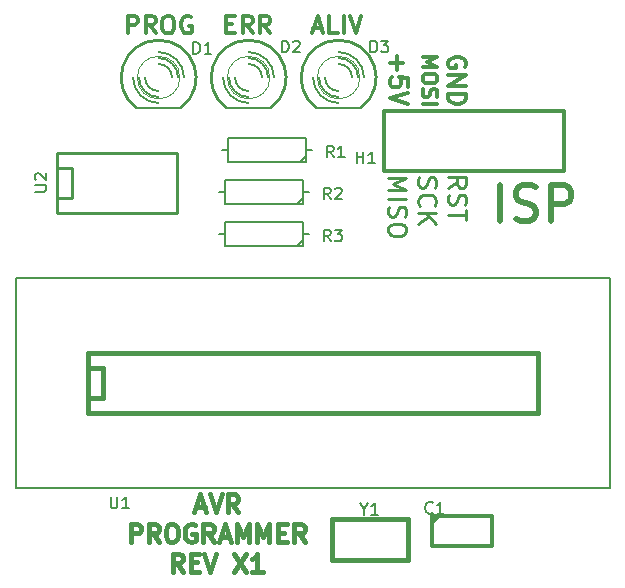
<source format=gto>
G04 (created by PCBNEW (2013-05-31 BZR 4019)-stable) date 9/25/2013 9:25:23 PM*
%MOIN*%
G04 Gerber Fmt 3.4, Leading zero omitted, Abs format*
%FSLAX34Y34*%
G01*
G70*
G90*
G04 APERTURE LIST*
%ADD10C,0.00590551*%
%ADD11C,0.011811*%
%ADD12C,0.01*%
%ADD13C,0.015*%
%ADD14C,0.02*%
%ADD15C,0.008*%
%ADD16C,0.003*%
%ADD17C,0.006*%
%ADD18C,0.012*%
G04 APERTURE END LIST*
G54D10*
G54D11*
X27376Y-14440D02*
X27657Y-14440D01*
X27320Y-14609D02*
X27516Y-14018D01*
X27713Y-14609D01*
X28191Y-14609D02*
X27910Y-14609D01*
X27910Y-14018D01*
X28388Y-14609D02*
X28388Y-14018D01*
X28585Y-14018D02*
X28782Y-14609D01*
X28979Y-14018D01*
X24479Y-14299D02*
X24676Y-14299D01*
X24760Y-14609D02*
X24479Y-14609D01*
X24479Y-14018D01*
X24760Y-14018D01*
X25351Y-14609D02*
X25154Y-14327D01*
X25014Y-14609D02*
X25014Y-14018D01*
X25239Y-14018D01*
X25295Y-14046D01*
X25323Y-14074D01*
X25351Y-14131D01*
X25351Y-14215D01*
X25323Y-14271D01*
X25295Y-14299D01*
X25239Y-14327D01*
X25014Y-14327D01*
X25942Y-14609D02*
X25745Y-14327D01*
X25604Y-14609D02*
X25604Y-14018D01*
X25829Y-14018D01*
X25885Y-14046D01*
X25913Y-14074D01*
X25942Y-14131D01*
X25942Y-14215D01*
X25913Y-14271D01*
X25885Y-14299D01*
X25829Y-14327D01*
X25604Y-14327D01*
X21189Y-14609D02*
X21189Y-14018D01*
X21414Y-14018D01*
X21470Y-14046D01*
X21498Y-14074D01*
X21526Y-14131D01*
X21526Y-14215D01*
X21498Y-14271D01*
X21470Y-14299D01*
X21414Y-14327D01*
X21189Y-14327D01*
X22117Y-14609D02*
X21920Y-14327D01*
X21780Y-14609D02*
X21780Y-14018D01*
X22005Y-14018D01*
X22061Y-14046D01*
X22089Y-14074D01*
X22117Y-14131D01*
X22117Y-14215D01*
X22089Y-14271D01*
X22061Y-14299D01*
X22005Y-14327D01*
X21780Y-14327D01*
X22483Y-14018D02*
X22595Y-14018D01*
X22651Y-14046D01*
X22708Y-14102D01*
X22736Y-14215D01*
X22736Y-14412D01*
X22708Y-14524D01*
X22651Y-14580D01*
X22595Y-14609D01*
X22483Y-14609D01*
X22426Y-14580D01*
X22370Y-14524D01*
X22342Y-14412D01*
X22342Y-14215D01*
X22370Y-14102D01*
X22426Y-14046D01*
X22483Y-14018D01*
X23298Y-14046D02*
X23242Y-14018D01*
X23158Y-14018D01*
X23073Y-14046D01*
X23017Y-14102D01*
X22989Y-14159D01*
X22961Y-14271D01*
X22961Y-14356D01*
X22989Y-14468D01*
X23017Y-14524D01*
X23073Y-14580D01*
X23158Y-14609D01*
X23214Y-14609D01*
X23298Y-14580D01*
X23326Y-14552D01*
X23326Y-14356D01*
X23214Y-14356D01*
X32439Y-15729D02*
X32468Y-15673D01*
X32468Y-15588D01*
X32439Y-15504D01*
X32383Y-15448D01*
X32327Y-15420D01*
X32214Y-15392D01*
X32130Y-15392D01*
X32018Y-15420D01*
X31961Y-15448D01*
X31905Y-15504D01*
X31877Y-15588D01*
X31877Y-15645D01*
X31905Y-15729D01*
X31933Y-15757D01*
X32130Y-15757D01*
X32130Y-15645D01*
X31877Y-16010D02*
X32468Y-16010D01*
X31877Y-16348D01*
X32468Y-16348D01*
X31877Y-16629D02*
X32468Y-16629D01*
X32468Y-16770D01*
X32439Y-16854D01*
X32383Y-16910D01*
X32327Y-16938D01*
X32214Y-16966D01*
X32130Y-16966D01*
X32018Y-16938D01*
X31961Y-16910D01*
X31905Y-16854D01*
X31877Y-16770D01*
X31877Y-16629D01*
X31017Y-15406D02*
X31509Y-15406D01*
X31157Y-15570D01*
X31509Y-15734D01*
X31017Y-15734D01*
X31509Y-16062D02*
X31509Y-16156D01*
X31486Y-16202D01*
X31439Y-16249D01*
X31345Y-16273D01*
X31181Y-16273D01*
X31087Y-16249D01*
X31040Y-16202D01*
X31017Y-16156D01*
X31017Y-16062D01*
X31040Y-16015D01*
X31087Y-15968D01*
X31181Y-15945D01*
X31345Y-15945D01*
X31439Y-15968D01*
X31486Y-16015D01*
X31509Y-16062D01*
X31040Y-16460D02*
X31017Y-16531D01*
X31017Y-16648D01*
X31040Y-16695D01*
X31064Y-16718D01*
X31111Y-16741D01*
X31157Y-16741D01*
X31204Y-16718D01*
X31228Y-16695D01*
X31251Y-16648D01*
X31275Y-16554D01*
X31298Y-16507D01*
X31321Y-16484D01*
X31368Y-16460D01*
X31415Y-16460D01*
X31462Y-16484D01*
X31486Y-16507D01*
X31509Y-16554D01*
X31509Y-16671D01*
X31486Y-16741D01*
X31017Y-16952D02*
X31509Y-16952D01*
X30152Y-15370D02*
X30152Y-15820D01*
X29927Y-15595D02*
X30377Y-15595D01*
X30518Y-16382D02*
X30518Y-16101D01*
X30236Y-16073D01*
X30264Y-16101D01*
X30293Y-16157D01*
X30293Y-16298D01*
X30264Y-16354D01*
X30236Y-16382D01*
X30180Y-16410D01*
X30039Y-16410D01*
X29983Y-16382D01*
X29955Y-16354D01*
X29927Y-16298D01*
X29927Y-16157D01*
X29955Y-16101D01*
X29983Y-16073D01*
X30518Y-16579D02*
X29927Y-16776D01*
X30518Y-16973D01*
G54D12*
X31873Y-19750D02*
X32159Y-19550D01*
X31873Y-19408D02*
X32473Y-19408D01*
X32473Y-19636D01*
X32445Y-19693D01*
X32416Y-19722D01*
X32359Y-19750D01*
X32273Y-19750D01*
X32216Y-19722D01*
X32187Y-19693D01*
X32159Y-19636D01*
X32159Y-19408D01*
X31902Y-19979D02*
X31873Y-20065D01*
X31873Y-20208D01*
X31902Y-20265D01*
X31930Y-20293D01*
X31987Y-20322D01*
X32045Y-20322D01*
X32102Y-20293D01*
X32130Y-20265D01*
X32159Y-20208D01*
X32187Y-20093D01*
X32216Y-20036D01*
X32245Y-20008D01*
X32302Y-19979D01*
X32359Y-19979D01*
X32416Y-20008D01*
X32445Y-20036D01*
X32473Y-20093D01*
X32473Y-20236D01*
X32445Y-20322D01*
X32473Y-20493D02*
X32473Y-20836D01*
X31873Y-20665D02*
X32473Y-20665D01*
X30902Y-19408D02*
X30873Y-19493D01*
X30873Y-19636D01*
X30902Y-19693D01*
X30930Y-19722D01*
X30987Y-19750D01*
X31045Y-19750D01*
X31102Y-19722D01*
X31130Y-19693D01*
X31159Y-19636D01*
X31187Y-19522D01*
X31216Y-19465D01*
X31245Y-19436D01*
X31302Y-19408D01*
X31359Y-19408D01*
X31416Y-19436D01*
X31445Y-19465D01*
X31473Y-19522D01*
X31473Y-19665D01*
X31445Y-19750D01*
X30930Y-20350D02*
X30902Y-20322D01*
X30873Y-20236D01*
X30873Y-20179D01*
X30902Y-20093D01*
X30959Y-20036D01*
X31016Y-20008D01*
X31130Y-19979D01*
X31216Y-19979D01*
X31330Y-20008D01*
X31387Y-20036D01*
X31445Y-20093D01*
X31473Y-20179D01*
X31473Y-20236D01*
X31445Y-20322D01*
X31416Y-20350D01*
X30873Y-20608D02*
X31473Y-20608D01*
X30873Y-20950D02*
X31216Y-20693D01*
X31473Y-20950D02*
X31130Y-20608D01*
X29873Y-19436D02*
X30473Y-19436D01*
X30045Y-19636D01*
X30473Y-19836D01*
X29873Y-19836D01*
X29873Y-20122D02*
X30473Y-20122D01*
X29902Y-20379D02*
X29873Y-20465D01*
X29873Y-20608D01*
X29902Y-20665D01*
X29930Y-20693D01*
X29987Y-20722D01*
X30045Y-20722D01*
X30102Y-20693D01*
X30130Y-20665D01*
X30159Y-20608D01*
X30187Y-20493D01*
X30216Y-20436D01*
X30245Y-20408D01*
X30302Y-20379D01*
X30359Y-20379D01*
X30416Y-20408D01*
X30445Y-20436D01*
X30473Y-20493D01*
X30473Y-20636D01*
X30445Y-20722D01*
X30473Y-21093D02*
X30473Y-21208D01*
X30445Y-21265D01*
X30387Y-21322D01*
X30273Y-21350D01*
X30073Y-21350D01*
X29959Y-21322D01*
X29902Y-21265D01*
X29873Y-21208D01*
X29873Y-21093D01*
X29902Y-21036D01*
X29959Y-20979D01*
X30073Y-20950D01*
X30273Y-20950D01*
X30387Y-20979D01*
X30445Y-21036D01*
X30473Y-21093D01*
G54D13*
X23466Y-30400D02*
X23752Y-30400D01*
X23409Y-30572D02*
X23609Y-29972D01*
X23809Y-30572D01*
X23923Y-29972D02*
X24123Y-30572D01*
X24323Y-29972D01*
X24866Y-30572D02*
X24666Y-30286D01*
X24523Y-30572D02*
X24523Y-29972D01*
X24752Y-29972D01*
X24809Y-30000D01*
X24837Y-30029D01*
X24866Y-30086D01*
X24866Y-30172D01*
X24837Y-30229D01*
X24809Y-30258D01*
X24752Y-30286D01*
X24523Y-30286D01*
X21280Y-31562D02*
X21280Y-30962D01*
X21509Y-30962D01*
X21566Y-30990D01*
X21595Y-31019D01*
X21623Y-31076D01*
X21623Y-31162D01*
X21595Y-31219D01*
X21566Y-31248D01*
X21509Y-31276D01*
X21280Y-31276D01*
X22223Y-31562D02*
X22023Y-31276D01*
X21880Y-31562D02*
X21880Y-30962D01*
X22109Y-30962D01*
X22166Y-30990D01*
X22195Y-31019D01*
X22223Y-31076D01*
X22223Y-31162D01*
X22195Y-31219D01*
X22166Y-31248D01*
X22109Y-31276D01*
X21880Y-31276D01*
X22595Y-30962D02*
X22709Y-30962D01*
X22766Y-30990D01*
X22823Y-31048D01*
X22852Y-31162D01*
X22852Y-31362D01*
X22823Y-31476D01*
X22766Y-31533D01*
X22709Y-31562D01*
X22595Y-31562D01*
X22537Y-31533D01*
X22480Y-31476D01*
X22452Y-31362D01*
X22452Y-31162D01*
X22480Y-31048D01*
X22537Y-30990D01*
X22595Y-30962D01*
X23423Y-30990D02*
X23366Y-30962D01*
X23280Y-30962D01*
X23195Y-30990D01*
X23137Y-31048D01*
X23109Y-31105D01*
X23080Y-31219D01*
X23080Y-31305D01*
X23109Y-31419D01*
X23137Y-31476D01*
X23195Y-31533D01*
X23280Y-31562D01*
X23337Y-31562D01*
X23423Y-31533D01*
X23452Y-31505D01*
X23452Y-31305D01*
X23337Y-31305D01*
X24052Y-31562D02*
X23852Y-31276D01*
X23709Y-31562D02*
X23709Y-30962D01*
X23937Y-30962D01*
X23995Y-30990D01*
X24023Y-31019D01*
X24052Y-31076D01*
X24052Y-31162D01*
X24023Y-31219D01*
X23995Y-31248D01*
X23937Y-31276D01*
X23709Y-31276D01*
X24280Y-31390D02*
X24566Y-31390D01*
X24223Y-31562D02*
X24423Y-30962D01*
X24623Y-31562D01*
X24823Y-31562D02*
X24823Y-30962D01*
X25023Y-31390D01*
X25223Y-30962D01*
X25223Y-31562D01*
X25509Y-31562D02*
X25509Y-30962D01*
X25709Y-31390D01*
X25909Y-30962D01*
X25909Y-31562D01*
X26195Y-31248D02*
X26395Y-31248D01*
X26480Y-31562D02*
X26195Y-31562D01*
X26195Y-30962D01*
X26480Y-30962D01*
X27080Y-31562D02*
X26880Y-31276D01*
X26737Y-31562D02*
X26737Y-30962D01*
X26966Y-30962D01*
X27023Y-30990D01*
X27052Y-31019D01*
X27080Y-31076D01*
X27080Y-31162D01*
X27052Y-31219D01*
X27023Y-31248D01*
X26966Y-31276D01*
X26737Y-31276D01*
X23023Y-32552D02*
X22823Y-32266D01*
X22680Y-32552D02*
X22680Y-31952D01*
X22909Y-31952D01*
X22966Y-31980D01*
X22995Y-32009D01*
X23023Y-32066D01*
X23023Y-32152D01*
X22995Y-32209D01*
X22966Y-32238D01*
X22909Y-32266D01*
X22680Y-32266D01*
X23280Y-32238D02*
X23480Y-32238D01*
X23566Y-32552D02*
X23280Y-32552D01*
X23280Y-31952D01*
X23566Y-31952D01*
X23737Y-31952D02*
X23937Y-32552D01*
X24137Y-31952D01*
X24737Y-31952D02*
X25137Y-32552D01*
X25137Y-31952D02*
X24737Y-32552D01*
X25680Y-32552D02*
X25337Y-32552D01*
X25509Y-32552D02*
X25509Y-31952D01*
X25452Y-32038D01*
X25395Y-32095D01*
X25337Y-32123D01*
G54D14*
X33613Y-20857D02*
X33613Y-19676D01*
X34119Y-20801D02*
X34288Y-20857D01*
X34569Y-20857D01*
X34682Y-20801D01*
X34738Y-20745D01*
X34794Y-20632D01*
X34794Y-20520D01*
X34738Y-20407D01*
X34682Y-20351D01*
X34569Y-20295D01*
X34344Y-20238D01*
X34232Y-20182D01*
X34175Y-20126D01*
X34119Y-20013D01*
X34119Y-19901D01*
X34175Y-19788D01*
X34232Y-19732D01*
X34344Y-19676D01*
X34625Y-19676D01*
X34794Y-19732D01*
X35300Y-20857D02*
X35300Y-19676D01*
X35750Y-19676D01*
X35863Y-19732D01*
X35919Y-19788D01*
X35975Y-19901D01*
X35975Y-20070D01*
X35919Y-20182D01*
X35863Y-20238D01*
X35750Y-20295D01*
X35300Y-20295D01*
G54D10*
X17456Y-22759D02*
X17456Y-29759D01*
X17456Y-29759D02*
X37256Y-29759D01*
X37256Y-22759D02*
X17456Y-22759D01*
X37256Y-22759D02*
X37256Y-29759D01*
G54D13*
X19856Y-25259D02*
X34856Y-25259D01*
X34856Y-25259D02*
X34856Y-27259D01*
X34856Y-27259D02*
X19856Y-27259D01*
X19856Y-27259D02*
X19856Y-25259D01*
X19856Y-25759D02*
X20356Y-25759D01*
X20356Y-25759D02*
X20356Y-26759D01*
X20356Y-26759D02*
X19856Y-26759D01*
X27986Y-30790D02*
X30546Y-30790D01*
X30546Y-30790D02*
X30546Y-32168D01*
X30546Y-32168D02*
X27986Y-32168D01*
X27986Y-32168D02*
X27986Y-30790D01*
G54D15*
X27316Y-18479D02*
X27116Y-18479D01*
X24316Y-18479D02*
X24516Y-18479D01*
X24516Y-18479D02*
X24516Y-18879D01*
X24516Y-18879D02*
X27116Y-18879D01*
X27116Y-18879D02*
X27116Y-18079D01*
X27116Y-18079D02*
X24516Y-18079D01*
X24516Y-18079D02*
X24516Y-18479D01*
X27116Y-18679D02*
X26916Y-18879D01*
X27216Y-19879D02*
X27016Y-19879D01*
X24216Y-19879D02*
X24416Y-19879D01*
X24416Y-19879D02*
X24416Y-20279D01*
X24416Y-20279D02*
X27016Y-20279D01*
X27016Y-20279D02*
X27016Y-19479D01*
X27016Y-19479D02*
X24416Y-19479D01*
X24416Y-19479D02*
X24416Y-19879D01*
X27016Y-20079D02*
X26816Y-20279D01*
X27216Y-21279D02*
X27016Y-21279D01*
X24216Y-21279D02*
X24416Y-21279D01*
X24416Y-21279D02*
X24416Y-21679D01*
X24416Y-21679D02*
X27016Y-21679D01*
X27016Y-21679D02*
X27016Y-20879D01*
X27016Y-20879D02*
X24416Y-20879D01*
X24416Y-20879D02*
X24416Y-21279D01*
X27016Y-21479D02*
X26816Y-21679D01*
X21466Y-17099D02*
X22966Y-17099D01*
G54D16*
X22923Y-16079D02*
G75*
G03X22923Y-16079I-707J0D01*
G74*
G01*
G54D12*
X22967Y-17079D02*
G75*
G03X21466Y-17079I-750J999D01*
G74*
G01*
G54D17*
X22666Y-16079D02*
G75*
G03X22216Y-15629I-450J0D01*
G74*
G01*
X21766Y-16079D02*
G75*
G03X22216Y-16529I450J0D01*
G74*
G01*
X22866Y-16079D02*
G75*
G03X22216Y-15429I-650J0D01*
G74*
G01*
X21566Y-16079D02*
G75*
G03X22216Y-16729I650J0D01*
G74*
G01*
X23066Y-16079D02*
G75*
G03X22216Y-15229I-850J0D01*
G74*
G01*
X21366Y-16079D02*
G75*
G03X22216Y-16929I850J0D01*
G74*
G01*
G54D15*
X24466Y-17099D02*
X25966Y-17099D01*
G54D16*
X25923Y-16079D02*
G75*
G03X25923Y-16079I-707J0D01*
G74*
G01*
G54D12*
X25967Y-17079D02*
G75*
G03X24466Y-17079I-750J999D01*
G74*
G01*
G54D17*
X25666Y-16079D02*
G75*
G03X25216Y-15629I-450J0D01*
G74*
G01*
X24766Y-16079D02*
G75*
G03X25216Y-16529I450J0D01*
G74*
G01*
X25866Y-16079D02*
G75*
G03X25216Y-15429I-650J0D01*
G74*
G01*
X24566Y-16079D02*
G75*
G03X25216Y-16729I650J0D01*
G74*
G01*
X26066Y-16079D02*
G75*
G03X25216Y-15229I-850J0D01*
G74*
G01*
X24366Y-16079D02*
G75*
G03X25216Y-16929I850J0D01*
G74*
G01*
G54D15*
X27466Y-17099D02*
X28966Y-17099D01*
G54D16*
X28923Y-16079D02*
G75*
G03X28923Y-16079I-707J0D01*
G74*
G01*
G54D12*
X28967Y-17079D02*
G75*
G03X27466Y-17079I-750J999D01*
G74*
G01*
G54D17*
X28666Y-16079D02*
G75*
G03X28216Y-15629I-450J0D01*
G74*
G01*
X27766Y-16079D02*
G75*
G03X28216Y-16529I450J0D01*
G74*
G01*
X28866Y-16079D02*
G75*
G03X28216Y-15429I-650J0D01*
G74*
G01*
X27566Y-16079D02*
G75*
G03X28216Y-16729I650J0D01*
G74*
G01*
X29066Y-16079D02*
G75*
G03X28216Y-15229I-850J0D01*
G74*
G01*
X27366Y-16079D02*
G75*
G03X28216Y-16929I850J0D01*
G74*
G01*
G54D12*
X18816Y-19079D02*
X19316Y-19079D01*
X19316Y-19079D02*
X19316Y-20079D01*
X19316Y-20079D02*
X18816Y-20079D01*
X18816Y-18579D02*
X22816Y-18579D01*
X22816Y-18579D02*
X22816Y-20579D01*
X22816Y-20579D02*
X18816Y-20579D01*
X18816Y-20579D02*
X18816Y-18579D01*
G54D18*
X29716Y-17179D02*
X35716Y-17179D01*
X35716Y-17179D02*
X35716Y-19179D01*
X35716Y-19179D02*
X29716Y-19179D01*
X29716Y-19179D02*
X29716Y-17179D01*
X31336Y-30679D02*
X33316Y-30679D01*
X33316Y-30679D02*
X33316Y-31679D01*
X33316Y-31679D02*
X31316Y-31679D01*
X31316Y-31679D02*
X31316Y-30679D01*
X31316Y-30929D02*
X31566Y-30679D01*
G54D10*
X20616Y-30045D02*
X20616Y-30363D01*
X20635Y-30401D01*
X20654Y-30420D01*
X20691Y-30438D01*
X20766Y-30438D01*
X20804Y-30420D01*
X20822Y-30401D01*
X20841Y-30363D01*
X20841Y-30045D01*
X21235Y-30438D02*
X21010Y-30438D01*
X21122Y-30438D02*
X21122Y-30045D01*
X21085Y-30101D01*
X21047Y-30138D01*
X21010Y-30157D01*
X29059Y-30467D02*
X29059Y-30654D01*
X28927Y-30261D02*
X29059Y-30467D01*
X29190Y-30261D01*
X29527Y-30654D02*
X29302Y-30654D01*
X29415Y-30654D02*
X29415Y-30261D01*
X29377Y-30317D01*
X29340Y-30354D01*
X29302Y-30373D01*
X28050Y-18738D02*
X27919Y-18551D01*
X27825Y-18738D02*
X27825Y-18345D01*
X27975Y-18345D01*
X28013Y-18363D01*
X28032Y-18382D01*
X28050Y-18420D01*
X28050Y-18476D01*
X28032Y-18513D01*
X28013Y-18532D01*
X27975Y-18551D01*
X27825Y-18551D01*
X28425Y-18738D02*
X28200Y-18738D01*
X28313Y-18738D02*
X28313Y-18345D01*
X28275Y-18401D01*
X28238Y-18438D01*
X28200Y-18457D01*
X27950Y-20138D02*
X27819Y-19951D01*
X27725Y-20138D02*
X27725Y-19745D01*
X27875Y-19745D01*
X27913Y-19763D01*
X27932Y-19782D01*
X27950Y-19820D01*
X27950Y-19876D01*
X27932Y-19913D01*
X27913Y-19932D01*
X27875Y-19951D01*
X27725Y-19951D01*
X28100Y-19782D02*
X28119Y-19763D01*
X28157Y-19745D01*
X28250Y-19745D01*
X28288Y-19763D01*
X28307Y-19782D01*
X28325Y-19820D01*
X28325Y-19857D01*
X28307Y-19913D01*
X28082Y-20138D01*
X28325Y-20138D01*
X27950Y-21538D02*
X27819Y-21351D01*
X27725Y-21538D02*
X27725Y-21145D01*
X27875Y-21145D01*
X27913Y-21163D01*
X27932Y-21182D01*
X27950Y-21220D01*
X27950Y-21276D01*
X27932Y-21313D01*
X27913Y-21332D01*
X27875Y-21351D01*
X27725Y-21351D01*
X28082Y-21145D02*
X28325Y-21145D01*
X28194Y-21295D01*
X28250Y-21295D01*
X28288Y-21313D01*
X28307Y-21332D01*
X28325Y-21370D01*
X28325Y-21463D01*
X28307Y-21501D01*
X28288Y-21520D01*
X28250Y-21538D01*
X28138Y-21538D01*
X28100Y-21520D01*
X28082Y-21501D01*
X23375Y-15288D02*
X23375Y-14895D01*
X23469Y-14895D01*
X23525Y-14913D01*
X23563Y-14951D01*
X23582Y-14988D01*
X23600Y-15063D01*
X23600Y-15120D01*
X23582Y-15195D01*
X23563Y-15232D01*
X23525Y-15270D01*
X23469Y-15288D01*
X23375Y-15288D01*
X23975Y-15288D02*
X23750Y-15288D01*
X23863Y-15288D02*
X23863Y-14895D01*
X23825Y-14951D01*
X23788Y-14988D01*
X23750Y-15007D01*
X26325Y-15238D02*
X26325Y-14845D01*
X26419Y-14845D01*
X26475Y-14863D01*
X26513Y-14901D01*
X26532Y-14938D01*
X26550Y-15013D01*
X26550Y-15070D01*
X26532Y-15145D01*
X26513Y-15182D01*
X26475Y-15220D01*
X26419Y-15238D01*
X26325Y-15238D01*
X26700Y-14882D02*
X26719Y-14863D01*
X26757Y-14845D01*
X26850Y-14845D01*
X26888Y-14863D01*
X26907Y-14882D01*
X26925Y-14920D01*
X26925Y-14957D01*
X26907Y-15013D01*
X26682Y-15238D01*
X26925Y-15238D01*
X29275Y-15238D02*
X29275Y-14845D01*
X29369Y-14845D01*
X29425Y-14863D01*
X29463Y-14901D01*
X29482Y-14938D01*
X29500Y-15013D01*
X29500Y-15070D01*
X29482Y-15145D01*
X29463Y-15182D01*
X29425Y-15220D01*
X29369Y-15238D01*
X29275Y-15238D01*
X29632Y-14845D02*
X29875Y-14845D01*
X29744Y-14995D01*
X29800Y-14995D01*
X29838Y-15013D01*
X29857Y-15032D01*
X29875Y-15070D01*
X29875Y-15163D01*
X29857Y-15201D01*
X29838Y-15220D01*
X29800Y-15238D01*
X29688Y-15238D01*
X29650Y-15220D01*
X29632Y-15201D01*
X18082Y-19879D02*
X18400Y-19879D01*
X18438Y-19860D01*
X18457Y-19841D01*
X18475Y-19804D01*
X18475Y-19729D01*
X18457Y-19692D01*
X18438Y-19673D01*
X18400Y-19654D01*
X18082Y-19654D01*
X18119Y-19485D02*
X18100Y-19467D01*
X18082Y-19429D01*
X18082Y-19335D01*
X18100Y-19298D01*
X18119Y-19279D01*
X18157Y-19260D01*
X18194Y-19260D01*
X18250Y-19279D01*
X18475Y-19504D01*
X18475Y-19260D01*
X28816Y-18938D02*
X28816Y-18545D01*
X28816Y-18732D02*
X29041Y-18732D01*
X29041Y-18938D02*
X29041Y-18545D01*
X29435Y-18938D02*
X29210Y-18938D01*
X29322Y-18938D02*
X29322Y-18545D01*
X29285Y-18601D01*
X29247Y-18638D01*
X29210Y-18657D01*
X31350Y-30581D02*
X31332Y-30600D01*
X31275Y-30618D01*
X31238Y-30618D01*
X31182Y-30600D01*
X31144Y-30562D01*
X31125Y-30525D01*
X31107Y-30450D01*
X31107Y-30393D01*
X31125Y-30318D01*
X31144Y-30281D01*
X31182Y-30243D01*
X31238Y-30225D01*
X31275Y-30225D01*
X31332Y-30243D01*
X31350Y-30262D01*
X31725Y-30618D02*
X31500Y-30618D01*
X31613Y-30618D02*
X31613Y-30225D01*
X31575Y-30281D01*
X31538Y-30318D01*
X31500Y-30337D01*
M02*

</source>
